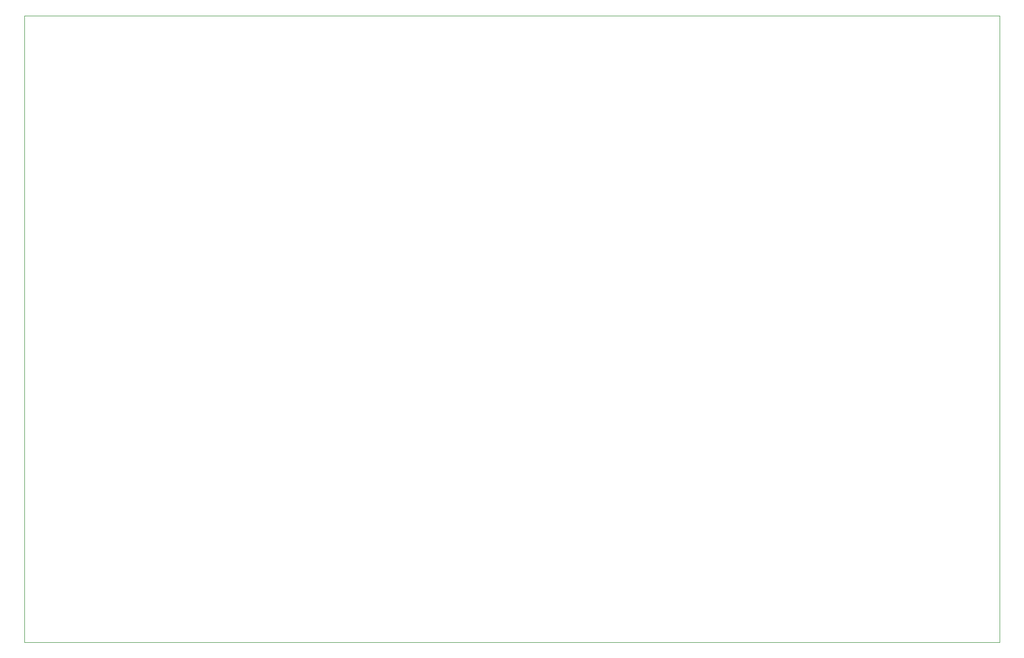
<source format=gbr>
G04 #@! TF.GenerationSoftware,KiCad,Pcbnew,(5.1.8)-1*
G04 #@! TF.CreationDate,2020-12-07T14:59:37+01:00*
G04 #@! TF.ProjectId,PPM,50504d2e-6b69-4636-9164-5f7063625858,rev?*
G04 #@! TF.SameCoordinates,Original*
G04 #@! TF.FileFunction,Profile,NP*
%FSLAX46Y46*%
G04 Gerber Fmt 4.6, Leading zero omitted, Abs format (unit mm)*
G04 Created by KiCad (PCBNEW (5.1.8)-1) date 2020-12-07 14:59:37*
%MOMM*%
%LPD*%
G01*
G04 APERTURE LIST*
G04 #@! TA.AperFunction,Profile*
%ADD10C,0.050000*%
G04 #@! TD*
G04 APERTURE END LIST*
D10*
X141500000Y302000000D02*
X141500000Y197500000D01*
X-21000000Y302000000D02*
X141500000Y302000000D01*
X-21000000Y197500000D02*
X-21000000Y302000000D01*
X141500000Y197500000D02*
X-21000000Y197500000D01*
M02*

</source>
